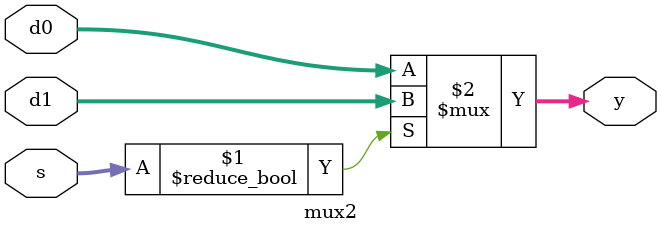
<source format=v>
module mux2(input [3:0] d0, d1, s, output [3:0] y);
assign y = s ? d1 : d0;
endmodule

</source>
